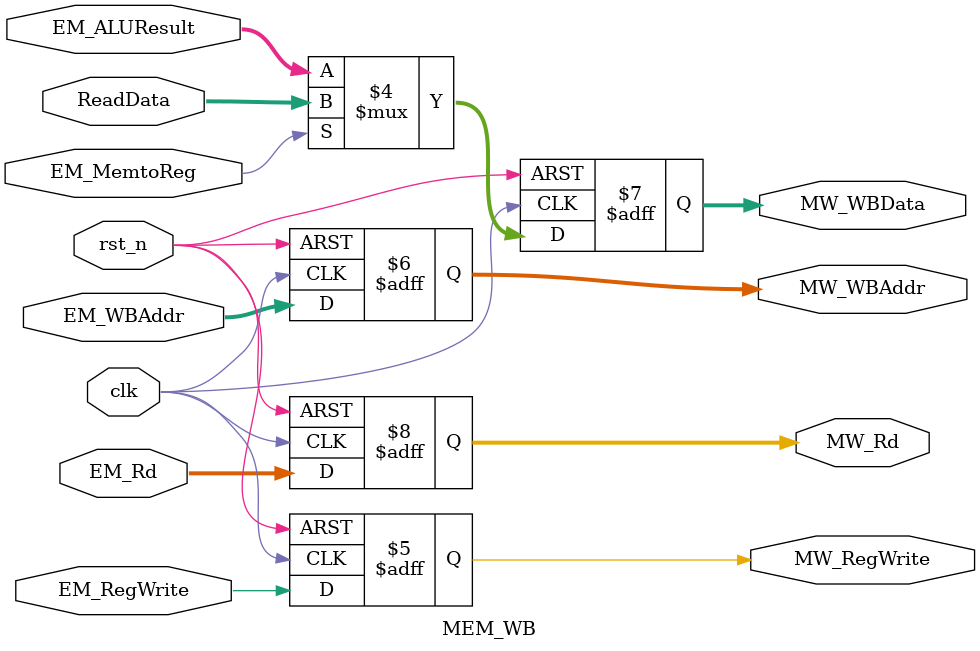
<source format=v>
`timescale 1ns / 1ps

module MEM_WB(
input clk,
input rst_n,
input EM_RegWrite,
input EM_MemtoReg,
input [31:0] ReadData,
input [31:0] EM_ALUResult,
input [4:0] EM_WBAddr,
input [4:0] EM_Rd,
//input EM_PCSrc,
//input [1:0] IE_jump,
output reg MW_RegWrite,
output reg [4:0] MW_WBAddr,
output reg [31:0] MW_WBData,
output reg [4:0] MW_Rd
    );
//wire branch;
//assign branch=(EM_PCSrc==1'b1)?1'b1:1'b0;	 
always@(posedge clk or negedge rst_n)
begin
	if(~rst_n)
	begin
		MW_RegWrite<=1'b0;
		MW_WBData<=32'h0;
		MW_WBAddr<=5'h0;
		MW_Rd<=5'h0;
	end
	else
	begin
		MW_RegWrite<=EM_RegWrite;
		MW_WBData<=(EM_MemtoReg==1)?ReadData:EM_ALUResult;
		MW_WBAddr<=EM_WBAddr;
		MW_Rd<=EM_Rd;
	end
end

endmodule

</source>
